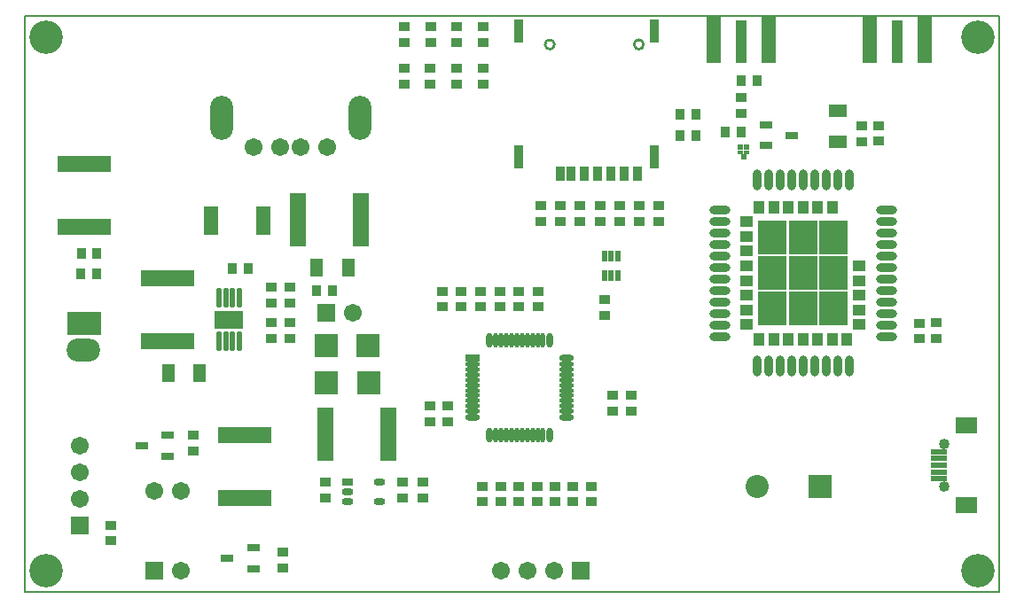
<source format=gts>
%FSLAX25Y25*%
%MOIN*%
G70*
G01*
G75*
G04 Layer_Color=8388736*
%ADD10C,0.02000*%
%ADD11R,0.07874X0.07874*%
%ADD12R,0.03347X0.02756*%
%ADD13R,0.02756X0.08268*%
%ADD14R,0.02559X0.04843*%
%ADD15R,0.19685X0.05118*%
%ADD16R,0.04724X0.09843*%
%ADD17R,0.09843X0.05906*%
%ADD18O,0.01378X0.06890*%
%ADD19R,0.01378X0.01181*%
%ADD20R,0.01378X0.00984*%
%ADD21R,0.01181X0.01181*%
%ADD22O,0.04724X0.00984*%
%ADD23R,0.04724X0.01772*%
%ADD24O,0.04724X0.01772*%
%ADD25O,0.00984X0.04724*%
%ADD26O,0.01772X0.04724*%
%ADD27R,0.07480X0.05512*%
%ADD28R,0.05315X0.01654*%
%ADD29R,0.03937X0.03150*%
%ADD30R,0.03150X0.03937*%
%ADD31R,0.09843X0.11811*%
%ADD32O,0.07087X0.02362*%
%ADD33O,0.02362X0.07087*%
%ADD34O,0.03543X0.01969*%
%ADD35R,0.03543X0.01969*%
%ADD36O,0.03543X0.01969*%
%ADD37R,0.01575X0.03347*%
%ADD38R,0.03937X0.02362*%
%ADD39R,0.02756X0.03347*%
G04:AMPARAMS|DCode=40|XSize=35.43mil|YSize=157.48mil|CornerRadius=1.77mil|HoleSize=0mil|Usage=FLASHONLY|Rotation=0.000|XOffset=0mil|YOffset=0mil|HoleType=Round|Shape=RoundedRectangle|*
%AMROUNDEDRECTD40*
21,1,0.03543,0.15394,0,0,0.0*
21,1,0.03189,0.15748,0,0,0.0*
1,1,0.00354,0.01595,-0.07697*
1,1,0.00354,-0.01595,-0.07697*
1,1,0.00354,-0.01595,0.07697*
1,1,0.00354,0.01595,0.07697*
%
%ADD40ROUNDEDRECTD40*%
%ADD41R,0.05906X0.03937*%
%ADD42R,0.05118X0.19685*%
%ADD43R,0.03937X0.05906*%
%ADD44C,0.04000*%
%ADD45C,0.01000*%
%ADD46C,0.01500*%
%ADD47C,0.00800*%
%ADD48C,0.03000*%
%ADD49C,0.07000*%
%ADD50R,0.16830X0.03653*%
%ADD51C,0.00500*%
%ADD52C,0.05906*%
%ADD53R,0.05906X0.05906*%
%ADD54C,0.11811*%
%ADD55O,0.07874X0.15748*%
%ADD56C,0.03228*%
%ADD57R,0.05906X0.05906*%
%ADD58C,0.07874*%
%ADD59R,0.07874X0.07874*%
%ADD60O,0.11811X0.07874*%
%ADD61R,0.11811X0.07874*%
G04:AMPARAMS|DCode=62|XSize=51.18mil|YSize=173.23mil|CornerRadius=2.56mil|HoleSize=0mil|Usage=FLASHONLY|Rotation=0.000|XOffset=0mil|YOffset=0mil|HoleType=Round|Shape=RoundedRectangle|*
%AMROUNDEDRECTD62*
21,1,0.05118,0.16811,0,0,0.0*
21,1,0.04606,0.17323,0,0,0.0*
1,1,0.00512,0.02303,-0.08406*
1,1,0.00512,-0.02303,-0.08406*
1,1,0.00512,-0.02303,0.08406*
1,1,0.00512,0.02303,0.08406*
%
%ADD62ROUNDEDRECTD62*%
%ADD63C,0.03000*%
%ADD64C,0.04000*%
%ADD65C,0.02000*%
%ADD66C,0.06000*%
%ADD67R,0.03937X0.07087*%
%ADD68R,0.11811X0.08661*%
%ADD69C,0.00984*%
%ADD70C,0.02362*%
%ADD71C,0.00787*%
%ADD72C,0.00300*%
%ADD73C,0.00400*%
%ADD74C,0.00493*%
%ADD75C,0.00700*%
%ADD76R,0.08674X0.08674*%
%ADD77R,0.04147X0.03556*%
%ADD78R,0.03556X0.09068*%
%ADD79R,0.03359X0.05643*%
%ADD80R,0.20485X0.05918*%
%ADD81R,0.05524X0.10642*%
%ADD82R,0.10642X0.06706*%
%ADD83O,0.02178X0.07690*%
%ADD84R,0.02178X0.01981*%
%ADD85R,0.02178X0.01784*%
%ADD86R,0.01981X0.01981*%
%ADD87O,0.05524X0.01784*%
%ADD88R,0.05524X0.02572*%
%ADD89O,0.05524X0.02572*%
%ADD90O,0.01784X0.05524*%
%ADD91O,0.02572X0.05524*%
%ADD92R,0.08280X0.06312*%
%ADD93R,0.06115X0.02454*%
%ADD94R,0.04737X0.03950*%
%ADD95R,0.03950X0.04737*%
%ADD96R,0.10642X0.12611*%
%ADD97O,0.07887X0.03162*%
%ADD98O,0.03162X0.07887*%
%ADD99O,0.04343X0.02769*%
%ADD100R,0.04343X0.02769*%
%ADD101O,0.04343X0.02769*%
%ADD102R,0.02375X0.04147*%
%ADD103R,0.04737X0.03162*%
%ADD104R,0.03556X0.04147*%
G04:AMPARAMS|DCode=105|XSize=39.37mil|YSize=161.42mil|CornerRadius=1.97mil|HoleSize=0mil|Usage=FLASHONLY|Rotation=0.000|XOffset=0mil|YOffset=0mil|HoleType=Round|Shape=RoundedRectangle|*
%AMROUNDEDRECTD105*
21,1,0.03937,0.15748,0,0,0.0*
21,1,0.03543,0.16142,0,0,0.0*
1,1,0.00394,0.01772,-0.07874*
1,1,0.00394,-0.01772,-0.07874*
1,1,0.00394,-0.01772,0.07874*
1,1,0.00394,0.01772,0.07874*
%
%ADD105ROUNDEDRECTD105*%
%ADD106R,0.06706X0.04737*%
%ADD107R,0.05918X0.20485*%
%ADD108R,0.04737X0.06706*%
%ADD109C,0.06706*%
%ADD110R,0.06706X0.06706*%
%ADD111C,0.12611*%
%ADD112O,0.08674X0.16548*%
%ADD113C,0.04028*%
%ADD114R,0.06706X0.06706*%
%ADD115C,0.08674*%
%ADD116R,0.08674X0.08674*%
%ADD117O,0.12611X0.08674*%
%ADD118R,0.12611X0.08674*%
G04:AMPARAMS|DCode=119|XSize=55.12mil|YSize=177.16mil|CornerRadius=2.76mil|HoleSize=0mil|Usage=FLASHONLY|Rotation=0.000|XOffset=0mil|YOffset=0mil|HoleType=Round|Shape=RoundedRectangle|*
%AMROUNDEDRECTD119*
21,1,0.05512,0.17165,0,0,0.0*
21,1,0.04961,0.17716,0,0,0.0*
1,1,0.00551,0.02480,-0.08583*
1,1,0.00551,-0.02480,-0.08583*
1,1,0.00551,-0.02480,0.08583*
1,1,0.00551,0.02480,0.08583*
%
%ADD119ROUNDEDRECTD119*%
D45*
X193037Y6781D02*
G03*
X193037Y6781I-1772J0D01*
G01*
X159572D02*
G03*
X159572Y6781I-1772J0D01*
G01*
D51*
X-39500Y-199135D02*
Y17400D01*
Y-199135D02*
X326642D01*
Y17400D01*
X-39500D02*
X326642D01*
D76*
X73852Y-120500D02*
D03*
X89600D02*
D03*
X89448Y-106500D02*
D03*
X73700D02*
D03*
D77*
X132756Y13406D02*
D03*
Y7500D02*
D03*
X122856Y13406D02*
D03*
Y7500D02*
D03*
X112956Y13406D02*
D03*
Y7500D02*
D03*
X103056Y13406D02*
D03*
Y7500D02*
D03*
X303100Y-103805D02*
D03*
Y-97900D02*
D03*
X296656Y-103905D02*
D03*
Y-98000D02*
D03*
X152956Y-165300D02*
D03*
Y-159395D02*
D03*
X173356Y-159395D02*
D03*
Y-165300D02*
D03*
X159756Y-159395D02*
D03*
Y-165300D02*
D03*
X119256Y-129295D02*
D03*
Y-135200D02*
D03*
X153456Y-85994D02*
D03*
Y-91900D02*
D03*
X112600Y-135205D02*
D03*
Y-129300D02*
D03*
X166556Y-165300D02*
D03*
Y-159395D02*
D03*
X103100Y-2300D02*
D03*
Y-8206D02*
D03*
X112856Y-2300D02*
D03*
Y-8206D02*
D03*
X122756Y-2300D02*
D03*
Y-8206D02*
D03*
X117256Y-85994D02*
D03*
Y-91900D02*
D03*
X132656Y-2300D02*
D03*
Y-8206D02*
D03*
X124496Y-91900D02*
D03*
Y-85994D02*
D03*
X146216Y-85994D02*
D03*
Y-91900D02*
D03*
X132556Y-165300D02*
D03*
Y-159395D02*
D03*
X188556Y-125300D02*
D03*
Y-131205D02*
D03*
X131736Y-85994D02*
D03*
Y-91900D02*
D03*
X146156Y-165300D02*
D03*
Y-159395D02*
D03*
X181256Y-131100D02*
D03*
Y-125195D02*
D03*
X138976Y-91900D02*
D03*
Y-85994D02*
D03*
X139356Y-159395D02*
D03*
Y-165300D02*
D03*
X274956Y-23795D02*
D03*
Y-29700D02*
D03*
X281556Y-23695D02*
D03*
Y-29600D02*
D03*
X178300Y-89100D02*
D03*
Y-95006D02*
D03*
X198756Y-53800D02*
D03*
Y-59706D02*
D03*
X183989Y-53800D02*
D03*
Y-59706D02*
D03*
X176606Y-53800D02*
D03*
Y-59706D02*
D03*
X191373Y-53800D02*
D03*
Y-59706D02*
D03*
X169223Y-53800D02*
D03*
Y-59706D02*
D03*
X154456Y-53800D02*
D03*
Y-59706D02*
D03*
X161839Y-53800D02*
D03*
Y-59706D02*
D03*
X229600Y-19100D02*
D03*
Y-13194D02*
D03*
X60156Y-103706D02*
D03*
Y-97800D02*
D03*
X53034Y-103739D02*
D03*
Y-97833D02*
D03*
X60156Y-90500D02*
D03*
Y-84595D02*
D03*
X52934Y-90533D02*
D03*
Y-84628D02*
D03*
X57256Y-184200D02*
D03*
Y-190105D02*
D03*
X23700Y-146200D02*
D03*
Y-140295D02*
D03*
X73256Y-163805D02*
D03*
Y-157900D02*
D03*
X-7144Y-179900D02*
D03*
Y-173995D02*
D03*
X102400Y-157794D02*
D03*
Y-163700D02*
D03*
X110000Y-163706D02*
D03*
Y-157800D02*
D03*
D78*
X146029Y11702D02*
D03*
Y-35542D02*
D03*
X197171Y11702D02*
D03*
Y-35542D02*
D03*
D79*
X170596Y-41900D02*
D03*
X175596D02*
D03*
X180596D02*
D03*
X185596D02*
D03*
X190596D02*
D03*
X165596D02*
D03*
X161856D02*
D03*
D80*
X-17100Y-61922D02*
D03*
Y-38300D02*
D03*
X43000Y-163800D02*
D03*
Y-140178D02*
D03*
X14200Y-81200D02*
D03*
Y-104822D02*
D03*
D81*
X50056Y-59600D02*
D03*
X30371D02*
D03*
D82*
X37156Y-96702D02*
D03*
D83*
X33417Y-104872D02*
D03*
X35976D02*
D03*
X38535D02*
D03*
X41094D02*
D03*
X33417Y-88533D02*
D03*
X35976D02*
D03*
X38535D02*
D03*
X41094D02*
D03*
D84*
X231832Y-31857D02*
D03*
X229568D02*
D03*
D85*
X231832Y-33727D02*
D03*
X229568D02*
D03*
D86*
X230700Y-35400D02*
D03*
D87*
X128656Y-127279D02*
D03*
X164089Y-115469D02*
D03*
X164089Y-125311D02*
D03*
Y-119405D02*
D03*
Y-117437D02*
D03*
Y-121374D02*
D03*
Y-131217D02*
D03*
X128656Y-117437D02*
D03*
Y-123343D02*
D03*
X164089Y-113500D02*
D03*
X128656D02*
D03*
X164089Y-129248D02*
D03*
Y-127279D02*
D03*
Y-123343D02*
D03*
X128656Y-115469D02*
D03*
Y-121374D02*
D03*
Y-131217D02*
D03*
Y-125311D02*
D03*
Y-119405D02*
D03*
Y-129248D02*
D03*
D88*
Y-111138D02*
D03*
D89*
X164089D02*
D03*
Y-133579D02*
D03*
X128656D02*
D03*
D90*
X155231Y-140075D02*
D03*
X137514D02*
D03*
Y-104642D02*
D03*
X139483D02*
D03*
X141451D02*
D03*
X143420D02*
D03*
X145388D02*
D03*
X149325D02*
D03*
X151294D02*
D03*
X153262D02*
D03*
X151294Y-140075D02*
D03*
X139483D02*
D03*
X155231Y-104642D02*
D03*
X147357D02*
D03*
X153262Y-140075D02*
D03*
X145388D02*
D03*
X147357D02*
D03*
X143420D02*
D03*
X149325D02*
D03*
X141451D02*
D03*
D91*
X157593D02*
D03*
X135152Y-104642D02*
D03*
X157593D02*
D03*
X135152Y-140075D02*
D03*
D92*
X314487Y-136582D02*
D03*
Y-166504D02*
D03*
D93*
X303956Y-156618D02*
D03*
Y-146382D02*
D03*
Y-148941D02*
D03*
Y-154059D02*
D03*
Y-151500D02*
D03*
D94*
X274025Y-87523D02*
D03*
Y-98546D02*
D03*
X231892D02*
D03*
Y-93035D02*
D03*
Y-76499D02*
D03*
Y-65476D02*
D03*
Y-59964D02*
D03*
Y-70987D02*
D03*
Y-82011D02*
D03*
Y-87523D02*
D03*
X274025Y-76499D02*
D03*
Y-82011D02*
D03*
Y-93035D02*
D03*
D95*
X236423Y-104058D02*
D03*
X258470Y-54416D02*
D03*
X252958D02*
D03*
X236423D02*
D03*
X241935D02*
D03*
X247446D02*
D03*
X263982D02*
D03*
X241935Y-104058D02*
D03*
X247446D02*
D03*
X252958D02*
D03*
X258470D02*
D03*
X263982D02*
D03*
X269494D02*
D03*
D96*
X264376Y-79219D02*
D03*
X241541Y-65833D02*
D03*
X264376D02*
D03*
X252958D02*
D03*
X241541Y-79219D02*
D03*
X252958D02*
D03*
X241541Y-92605D02*
D03*
X264376D02*
D03*
X252958D02*
D03*
D97*
X284454Y-94376D02*
D03*
Y-103038D02*
D03*
Y-90046D02*
D03*
Y-85715D02*
D03*
Y-81384D02*
D03*
Y-77054D02*
D03*
Y-72723D02*
D03*
Y-68392D02*
D03*
Y-59731D02*
D03*
Y-55400D02*
D03*
X221856Y-98707D02*
D03*
Y-94376D02*
D03*
Y-90046D02*
D03*
Y-85715D02*
D03*
Y-81384D02*
D03*
Y-77054D02*
D03*
Y-72723D02*
D03*
Y-68392D02*
D03*
Y-64061D02*
D03*
Y-59731D02*
D03*
Y-55400D02*
D03*
Y-103038D02*
D03*
X284454Y-98707D02*
D03*
Y-64061D02*
D03*
D98*
X240163Y-114258D02*
D03*
X270478D02*
D03*
X266147D02*
D03*
X261816D02*
D03*
X257486D02*
D03*
X240163Y-44180D02*
D03*
X244494D02*
D03*
X248824D02*
D03*
X253155D02*
D03*
X257486D02*
D03*
X261816D02*
D03*
X266147D02*
D03*
X270478D02*
D03*
X235832Y-114258D02*
D03*
X244494D02*
D03*
X248824D02*
D03*
X253155D02*
D03*
X235832Y-44180D02*
D03*
D99*
X93667Y-165280D02*
D03*
X81856Y-161540D02*
D03*
Y-165280D02*
D03*
D100*
Y-157800D02*
D03*
D101*
X93667D02*
D03*
D102*
X183415Y-80142D02*
D03*
X180856Y-72858D02*
D03*
X183415D02*
D03*
X180856Y-80142D02*
D03*
X178297D02*
D03*
Y-72858D02*
D03*
D103*
X46256Y-190500D02*
D03*
X36413Y-186563D02*
D03*
X46256Y-182626D02*
D03*
X239000Y-23400D02*
D03*
X248843Y-27337D02*
D03*
X239000Y-31274D02*
D03*
X14100Y-148100D02*
D03*
X4258Y-144163D02*
D03*
X14100Y-140226D02*
D03*
D104*
X-18400Y-71956D02*
D03*
X-12494D02*
D03*
X70195Y-85800D02*
D03*
X76100D02*
D03*
X206700Y-19500D02*
D03*
X212606D02*
D03*
X206700Y-27500D02*
D03*
X212606D02*
D03*
X223694Y-26300D02*
D03*
X229600D02*
D03*
X235661Y-6800D02*
D03*
X229756D02*
D03*
X44424Y-77402D02*
D03*
X38519D02*
D03*
X-12600Y-79356D02*
D03*
X-18506D02*
D03*
D105*
X229756Y8000D02*
D03*
X288456Y7900D02*
D03*
D106*
X266056Y-29811D02*
D03*
Y-18000D02*
D03*
D107*
X86700Y-59200D02*
D03*
X63078D02*
D03*
X96956Y-139700D02*
D03*
X73334D02*
D03*
D108*
X14389Y-116900D02*
D03*
X26200D02*
D03*
X70217Y-77166D02*
D03*
X82028D02*
D03*
D109*
X139400Y-191200D02*
D03*
X149400D02*
D03*
X159400D02*
D03*
X83700Y-94200D02*
D03*
X74056Y-31800D02*
D03*
X64213D02*
D03*
X56339D02*
D03*
X46497D02*
D03*
X19000Y-161200D02*
D03*
X9000D02*
D03*
X19000Y-191200D02*
D03*
X-18944Y-164300D02*
D03*
Y-154300D02*
D03*
Y-144300D02*
D03*
D110*
X169400Y-191200D02*
D03*
X73700Y-94200D02*
D03*
D111*
X318768Y9526D02*
D03*
Y-191261D02*
D03*
X-31626D02*
D03*
Y9526D02*
D03*
D112*
X86261Y-20776D02*
D03*
X34292D02*
D03*
D113*
X306023Y-143626D02*
D03*
Y-159374D02*
D03*
D114*
X9000Y-191200D02*
D03*
X-18944Y-174300D02*
D03*
D115*
X235834Y-159500D02*
D03*
D116*
X259456D02*
D03*
D117*
X-17538Y-108000D02*
D03*
D118*
X-17144Y-98000D02*
D03*
D119*
X219520Y8787D02*
D03*
X239992D02*
D03*
X278220Y8687D02*
D03*
X298692D02*
D03*
M02*

</source>
